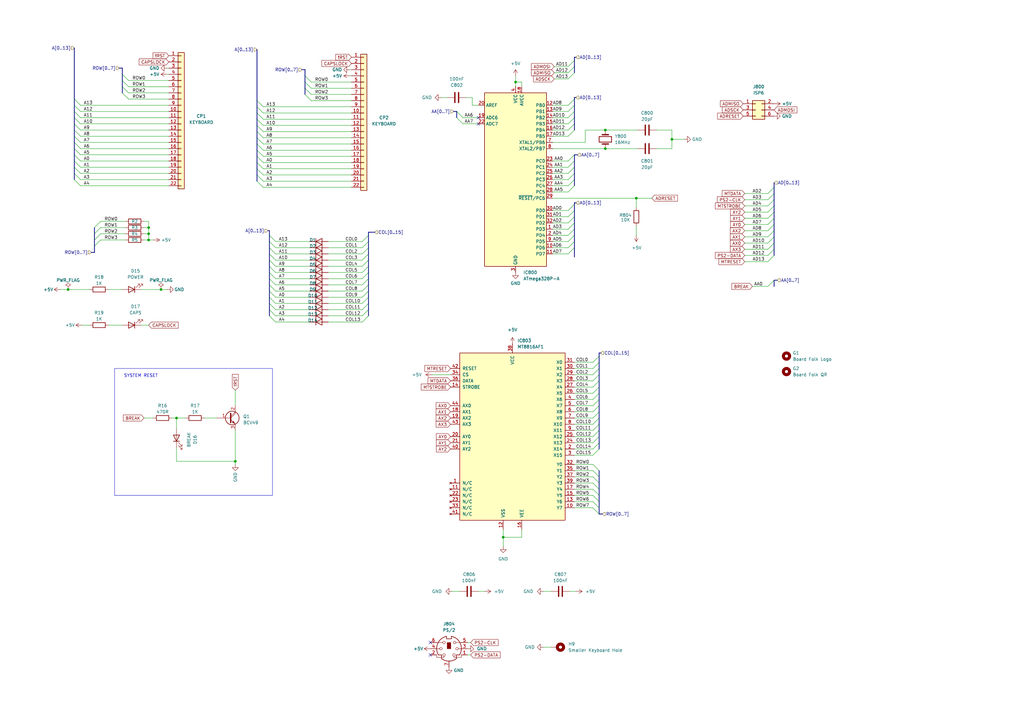
<source format=kicad_sch>
(kicad_sch (version 20230121) (generator eeschema)
  (paper "A3")
  (junction (at 27.94 118.745))
  (junction (at 66.04 118.745))
  (junction (at 260.985 81.28))
  (junction (at 275.59 57.15))
  (junction (at 72.39 171.45))
  (junction (at 60.96 93.345))
  (junction (at 211.455 33.655))
  (junction (at 206.375 220.345))
  (junction (at 60.96 95.885))
  (junction (at 248.285 53.34))
  (junction (at 96.52 189.23))
  (junction (at 60.96 98.425))
  (junction (at 248.285 60.96))
  (no_connect (at 176.53 268.605))
  (no_connect (at 196.215 50.8))
  (no_connect (at 196.215 48.26))
  (no_connect (at 176.53 263.525))
  (bus_entry (at 52.705 40.64) (size -2.54 -2.54))
  (bus_entry (at 314.96 92.075) (size 2.54 -2.54))
  (bus_entry (at 127.635 33.655) (size -2.54 -2.54))
  (bus_entry (at 314.96 102.235) (size 2.54 -2.54))
  (bus_entry (at 233.045 50.8) (size 2.54 -2.54))
  (bus_entry (at 151.13 111.76) (size -2.54 2.54))
  (bus_entry (at 110.49 116.84) (size 2.54 2.54))
  (bus_entry (at 105.41 53.975) (size 2.54 2.54))
  (bus_entry (at 127.635 38.735) (size -2.54 -2.54))
  (bus_entry (at 243.205 203.2) (size 2.54 2.54))
  (bus_entry (at 243.205 205.74) (size 2.54 2.54))
  (bus_entry (at 110.49 104.14) (size 2.54 2.54))
  (bus_entry (at 30.48 73.66) (size 2.54 2.54))
  (bus_entry (at 233.045 66.04) (size 2.54 -2.54))
  (bus_entry (at 233.045 93.98) (size 2.54 -2.54))
  (bus_entry (at 30.48 55.88) (size 2.54 2.54))
  (bus_entry (at 233.045 45.72) (size 2.54 -2.54))
  (bus_entry (at 233.045 43.18) (size 2.54 -2.54))
  (bus_entry (at 314.96 84.455) (size 2.54 -2.54))
  (bus_entry (at 30.48 63.5) (size 2.54 2.54))
  (bus_entry (at 243.205 168.91) (size 2.54 -2.54))
  (bus_entry (at 151.13 114.3) (size -2.54 2.54))
  (bus_entry (at 243.205 179.07) (size 2.54 -2.54))
  (bus_entry (at 233.045 53.34) (size 2.54 -2.54))
  (bus_entry (at 105.41 59.055) (size 2.54 2.54))
  (bus_entry (at 243.205 184.15) (size 2.54 -2.54))
  (bus_entry (at 151.13 109.22) (size -2.54 2.54))
  (bus_entry (at 233.045 48.26) (size 2.54 -2.54))
  (bus_entry (at 110.49 96.52) (size 2.54 2.54))
  (bus_entry (at 151.13 106.68) (size -2.54 2.54))
  (bus_entry (at 243.205 193.04) (size 2.54 2.54))
  (bus_entry (at 110.49 109.22) (size 2.54 2.54))
  (bus_entry (at 233.045 68.58) (size 2.54 -2.54))
  (bus_entry (at 52.705 33.02) (size -2.54 -2.54))
  (bus_entry (at 233.045 76.2) (size 2.54 -2.54))
  (bus_entry (at 30.48 45.72) (size 2.54 2.54))
  (bus_entry (at 110.49 101.6) (size 2.54 2.54))
  (bus_entry (at 314.96 79.375) (size 2.54 -2.54))
  (bus_entry (at 243.205 166.37) (size 2.54 -2.54))
  (bus_entry (at 233.045 27.305) (size 2.54 -2.54))
  (bus_entry (at 233.045 104.14) (size 2.54 -2.54))
  (bus_entry (at 105.41 64.135) (size 2.54 2.54))
  (bus_entry (at 233.045 73.66) (size 2.54 -2.54))
  (bus_entry (at 151.13 129.54) (size -2.54 2.54))
  (bus_entry (at 127.635 41.275) (size -2.54 -2.54))
  (bus_entry (at 243.205 176.53) (size 2.54 -2.54))
  (bus_entry (at 110.49 124.46) (size 2.54 2.54))
  (bus_entry (at 233.045 88.9) (size 2.54 -2.54))
  (bus_entry (at 243.205 181.61) (size 2.54 -2.54))
  (bus_entry (at 233.045 29.845) (size 2.54 -2.54))
  (bus_entry (at 151.13 96.52) (size -2.54 2.54))
  (bus_entry (at 30.48 58.42) (size 2.54 2.54))
  (bus_entry (at 110.49 119.38) (size 2.54 2.54))
  (bus_entry (at 30.48 50.8) (size 2.54 2.54))
  (bus_entry (at 243.205 148.59) (size 2.54 -2.54))
  (bus_entry (at 243.205 163.83) (size 2.54 -2.54))
  (bus_entry (at 110.49 129.54) (size 2.54 2.54))
  (bus_entry (at 105.41 41.275) (size 2.54 2.54))
  (bus_entry (at 151.13 124.46) (size -2.54 2.54))
  (bus_entry (at 30.48 40.64) (size 2.54 2.54))
  (bus_entry (at 41.275 90.805) (size -2.54 2.54))
  (bus_entry (at 105.41 51.435) (size 2.54 2.54))
  (bus_entry (at 314.96 94.615) (size 2.54 -2.54))
  (bus_entry (at 105.41 66.675) (size 2.54 2.54))
  (bus_entry (at 243.205 151.13) (size 2.54 -2.54))
  (bus_entry (at 243.205 186.69) (size 2.54 -2.54))
  (bus_entry (at 233.045 71.12) (size 2.54 -2.54))
  (bus_entry (at 233.045 101.6) (size 2.54 -2.54))
  (bus_entry (at 151.13 121.92) (size -2.54 2.54))
  (bus_entry (at 127.635 36.195) (size -2.54 -2.54))
  (bus_entry (at 314.96 89.535) (size 2.54 -2.54))
  (bus_entry (at 105.41 71.755) (size 2.54 2.54))
  (bus_entry (at 151.13 116.84) (size -2.54 2.54))
  (bus_entry (at 30.48 48.26) (size 2.54 2.54))
  (bus_entry (at 243.205 156.21) (size 2.54 -2.54))
  (bus_entry (at 30.48 60.96) (size 2.54 2.54))
  (bus_entry (at 233.045 86.36) (size 2.54 -2.54))
  (bus_entry (at 30.48 68.58) (size 2.54 2.54))
  (bus_entry (at 243.205 171.45) (size 2.54 -2.54))
  (bus_entry (at 314.96 104.775) (size 2.54 -2.54))
  (bus_entry (at 314.96 81.915) (size 2.54 -2.54))
  (bus_entry (at 314.96 86.995) (size 2.54 -2.54))
  (bus_entry (at 243.205 173.99) (size 2.54 -2.54))
  (bus_entry (at 110.49 121.92) (size 2.54 2.54))
  (bus_entry (at 151.13 104.14) (size -2.54 2.54))
  (bus_entry (at 110.49 99.06) (size 2.54 2.54))
  (bus_entry (at 105.41 61.595) (size 2.54 2.54))
  (bus_entry (at 105.41 46.355) (size 2.54 2.54))
  (bus_entry (at 41.275 98.425) (size -2.54 2.54))
  (bus_entry (at 243.205 200.66) (size 2.54 2.54))
  (bus_entry (at 233.045 99.06) (size 2.54 -2.54))
  (bus_entry (at 243.205 158.75) (size 2.54 -2.54))
  (bus_entry (at 110.49 106.68) (size 2.54 2.54))
  (bus_entry (at 189.865 50.8) (size -2.54 -2.54))
  (bus_entry (at 314.96 99.695) (size 2.54 -2.54))
  (bus_entry (at 243.205 195.58) (size 2.54 2.54))
  (bus_entry (at 151.13 101.6) (size -2.54 2.54))
  (bus_entry (at 314.96 97.155) (size 2.54 -2.54))
  (bus_entry (at 105.41 56.515) (size 2.54 2.54))
  (bus_entry (at 110.49 111.76) (size 2.54 2.54))
  (bus_entry (at 30.48 66.04) (size 2.54 2.54))
  (bus_entry (at 105.41 74.295) (size 2.54 2.54))
  (bus_entry (at 151.13 119.38) (size -2.54 2.54))
  (bus_entry (at 52.705 38.1) (size -2.54 -2.54))
  (bus_entry (at 233.045 96.52) (size 2.54 -2.54))
  (bus_entry (at 243.205 190.5) (size 2.54 2.54))
  (bus_entry (at 233.045 91.44) (size 2.54 -2.54))
  (bus_entry (at 233.045 78.74) (size 2.54 -2.54))
  (bus_entry (at 110.49 114.3) (size 2.54 2.54))
  (bus_entry (at 243.205 153.67) (size 2.54 -2.54))
  (bus_entry (at 243.205 208.28) (size 2.54 2.54))
  (bus_entry (at 30.48 43.18) (size 2.54 2.54))
  (bus_entry (at 314.96 117.475) (size 2.54 -2.54))
  (bus_entry (at 189.865 48.26) (size -2.54 -2.54))
  (bus_entry (at 151.13 99.06) (size -2.54 2.54))
  (bus_entry (at 41.275 93.345) (size -2.54 2.54))
  (bus_entry (at 52.705 35.56) (size -2.54 -2.54))
  (bus_entry (at 110.49 127) (size 2.54 2.54))
  (bus_entry (at 314.96 107.315) (size 2.54 -2.54))
  (bus_entry (at 243.205 198.12) (size 2.54 2.54))
  (bus_entry (at 243.205 161.29) (size 2.54 -2.54))
  (bus_entry (at 105.41 48.895) (size 2.54 2.54))
  (bus_entry (at 105.41 69.215) (size 2.54 2.54))
  (bus_entry (at 30.48 53.34) (size 2.54 2.54))
  (bus_entry (at 151.13 127) (size -2.54 2.54))
  (bus_entry (at 105.41 43.815) (size 2.54 2.54))
  (bus_entry (at 233.045 32.385) (size 2.54 -2.54))
  (bus_entry (at 41.275 95.885) (size -2.54 2.54))
  (bus_entry (at 233.045 55.88) (size 2.54 -2.54))
  (bus_entry (at 30.48 71.12) (size 2.54 2.54))
  (bus (pts (xy 151.13 95.25) (xy 151.13 96.52)))
  (wire (pts (xy 33.02 53.34) (xy 69.215 53.34)))
  (bus (pts (xy 105.41 56.515) (xy 105.41 59.055)))
  (bus (pts (xy 245.745 198.12) (xy 245.745 200.66)))
  (wire (pts (xy 305.435 107.315) (xy 314.96 107.315)))
  (wire (pts (xy 226.695 93.98) (xy 233.045 93.98)))
  (wire (pts (xy 44.45 118.745) (xy 50.165 118.745)))
  (bus (pts (xy 245.745 179.07) (xy 245.745 181.61)))
  (wire (pts (xy 107.95 61.595) (xy 144.145 61.595)))
  (bus (pts (xy 245.745 176.53) (xy 245.745 179.07)))
  (bus (pts (xy 105.41 53.975) (xy 105.41 56.515)))
  (bus (pts (xy 245.745 151.13) (xy 245.745 153.67)))
  (wire (pts (xy 113.03 119.38) (xy 127 119.38)))
  (wire (pts (xy 33.02 71.12) (xy 69.215 71.12)))
  (wire (pts (xy 33.02 50.8) (xy 69.215 50.8)))
  (bus (pts (xy 245.745 205.74) (xy 245.745 208.28)))
  (wire (pts (xy 127.635 38.735) (xy 144.145 38.735)))
  (bus (pts (xy 105.41 64.135) (xy 105.41 66.675)))
  (bus (pts (xy 245.745 163.83) (xy 245.745 166.37)))
  (bus (pts (xy 30.48 53.34) (xy 30.48 55.88)))
  (wire (pts (xy 52.705 38.1) (xy 69.215 38.1)))
  (wire (pts (xy 193.675 43.18) (xy 196.215 43.18)))
  (wire (pts (xy 113.03 127) (xy 127 127)))
  (bus (pts (xy 110.49 119.38) (xy 110.49 121.92)))
  (wire (pts (xy 235.585 156.21) (xy 243.205 156.21)))
  (bus (pts (xy 235.585 86.36) (xy 235.585 88.9)))
  (bus (pts (xy 317.5 76.835) (xy 317.5 79.375)))
  (wire (pts (xy 226.695 66.04) (xy 233.045 66.04)))
  (wire (pts (xy 107.95 43.815) (xy 144.145 43.815)))
  (bus (pts (xy 30.48 68.58) (xy 30.48 71.12)))
  (wire (pts (xy 240.03 58.42) (xy 240.03 53.34)))
  (wire (pts (xy 113.03 114.3) (xy 127 114.3)))
  (bus (pts (xy 236.22 23.495) (xy 235.585 23.495)))
  (wire (pts (xy 222.885 265.43) (xy 226.06 265.43)))
  (bus (pts (xy 235.585 45.72) (xy 235.585 48.26)))
  (bus (pts (xy 245.745 156.21) (xy 245.745 158.75)))
  (wire (pts (xy 148.59 124.46) (xy 134.62 124.46)))
  (bus (pts (xy 235.585 73.66) (xy 235.585 76.2)))
  (wire (pts (xy 235.585 184.15) (xy 243.205 184.15)))
  (bus (pts (xy 151.13 127) (xy 151.13 129.54)))
  (wire (pts (xy 177.165 153.67) (xy 184.785 153.67)))
  (bus (pts (xy 105.41 48.895) (xy 105.41 51.435)))
  (bus (pts (xy 235.585 50.8) (xy 235.585 53.34)))
  (wire (pts (xy 127.635 41.275) (xy 144.145 41.275)))
  (wire (pts (xy 196.215 242.57) (xy 198.755 242.57)))
  (bus (pts (xy 151.13 111.76) (xy 151.13 114.3)))
  (wire (pts (xy 113.03 124.46) (xy 127 124.46)))
  (bus (pts (xy 123.825 28.575) (xy 125.095 28.575)))
  (bus (pts (xy 151.13 106.68) (xy 151.13 109.22)))
  (wire (pts (xy 143.51 31.115) (xy 144.145 31.115)))
  (wire (pts (xy 305.435 92.075) (xy 314.96 92.075)))
  (bus (pts (xy 317.5 81.915) (xy 317.5 84.455)))
  (bus (pts (xy 110.49 114.3) (xy 110.49 116.84)))
  (bus (pts (xy 317.5 92.075) (xy 317.5 94.615)))
  (wire (pts (xy 248.285 53.34) (xy 261.62 53.34)))
  (wire (pts (xy 260.985 81.28) (xy 260.985 85.09)))
  (bus (pts (xy 30.48 48.26) (xy 30.48 50.8)))
  (wire (pts (xy 227.33 32.385) (xy 233.045 32.385)))
  (wire (pts (xy 235.585 151.13) (xy 243.205 151.13)))
  (bus (pts (xy 110.49 94.615) (xy 110.49 96.52)))
  (wire (pts (xy 235.585 153.67) (xy 243.205 153.67)))
  (wire (pts (xy 226.695 53.34) (xy 233.045 53.34)))
  (bus (pts (xy 110.49 101.6) (xy 110.49 104.14)))
  (bus (pts (xy 30.48 45.72) (xy 30.48 48.26)))
  (bus (pts (xy 105.41 71.755) (xy 105.41 74.295)))
  (wire (pts (xy 305.435 104.775) (xy 314.96 104.775)))
  (bus (pts (xy 105.41 20.32) (xy 105.41 41.275)))
  (bus (pts (xy 245.745 200.66) (xy 245.745 203.2)))
  (bus (pts (xy 151.13 116.84) (xy 151.13 119.38)))
  (wire (pts (xy 113.03 132.08) (xy 127 132.08)))
  (bus (pts (xy 245.745 208.28) (xy 245.745 210.82)))
  (bus (pts (xy 153.67 95.25) (xy 151.13 95.25)))
  (wire (pts (xy 107.95 71.755) (xy 144.145 71.755)))
  (wire (pts (xy 235.585 168.91) (xy 243.205 168.91)))
  (bus (pts (xy 317.5 79.375) (xy 317.5 81.915)))
  (bus (pts (xy 245.745 146.05) (xy 245.745 148.59)))
  (bus (pts (xy 151.13 114.3) (xy 151.13 116.84)))
  (wire (pts (xy 41.275 93.345) (xy 51.435 93.345)))
  (wire (pts (xy 226.695 50.8) (xy 233.045 50.8)))
  (wire (pts (xy 248.285 60.96) (xy 261.62 60.96)))
  (wire (pts (xy 222.885 242.57) (xy 226.06 242.57)))
  (wire (pts (xy 235.585 200.66) (xy 243.205 200.66)))
  (wire (pts (xy 226.695 96.52) (xy 233.045 96.52)))
  (wire (pts (xy 260.985 92.71) (xy 260.985 96.52)))
  (bus (pts (xy 38.735 95.885) (xy 38.735 98.425)))
  (wire (pts (xy 148.59 127) (xy 134.62 127)))
  (wire (pts (xy 107.95 69.215) (xy 144.145 69.215)))
  (bus (pts (xy 125.095 36.195) (xy 125.095 33.655)))
  (bus (pts (xy 151.13 124.46) (xy 151.13 127)))
  (wire (pts (xy 113.03 111.76) (xy 127 111.76)))
  (wire (pts (xy 33.02 68.58) (xy 69.215 68.58)))
  (bus (pts (xy 245.745 171.45) (xy 245.745 173.99)))
  (wire (pts (xy 113.03 106.68) (xy 127 106.68)))
  (wire (pts (xy 107.95 51.435) (xy 144.145 51.435)))
  (wire (pts (xy 41.275 90.805) (xy 51.435 90.805)))
  (bus (pts (xy 245.745 168.91) (xy 245.745 171.45)))
  (bus (pts (xy 187.325 45.72) (xy 187.325 48.26)))
  (wire (pts (xy 72.39 171.45) (xy 76.2 171.45)))
  (wire (pts (xy 96.52 160.02) (xy 96.52 166.37)))
  (wire (pts (xy 180.975 40.005) (xy 183.515 40.005)))
  (bus (pts (xy 247.015 210.82) (xy 245.745 210.82)))
  (bus (pts (xy 235.585 66.04) (xy 235.585 68.58)))
  (wire (pts (xy 240.03 53.34) (xy 248.285 53.34)))
  (bus (pts (xy 105.41 43.815) (xy 105.41 46.355)))
  (bus (pts (xy 50.165 35.56) (xy 50.165 33.02)))
  (wire (pts (xy 305.435 89.535) (xy 314.96 89.535)))
  (wire (pts (xy 196.215 48.26) (xy 189.865 48.26)))
  (bus (pts (xy 151.13 119.38) (xy 151.13 121.92)))
  (wire (pts (xy 33.02 73.66) (xy 69.215 73.66)))
  (wire (pts (xy 235.585 203.2) (xy 243.205 203.2)))
  (bus (pts (xy 245.745 203.2) (xy 245.745 205.74)))
  (wire (pts (xy 107.95 59.055) (xy 144.145 59.055)))
  (wire (pts (xy 226.695 73.66) (xy 233.045 73.66)))
  (bus (pts (xy 105.41 46.355) (xy 105.41 48.895)))
  (wire (pts (xy 107.95 64.135) (xy 144.145 64.135)))
  (bus (pts (xy 235.585 68.58) (xy 235.585 71.12)))
  (wire (pts (xy 60.96 98.425) (xy 62.865 98.425)))
  (wire (pts (xy 235.585 181.61) (xy 243.205 181.61)))
  (wire (pts (xy 305.435 79.375) (xy 314.96 79.375)))
  (wire (pts (xy 196.215 50.8) (xy 189.865 50.8)))
  (wire (pts (xy 52.705 40.64) (xy 69.215 40.64)))
  (wire (pts (xy 44.45 133.35) (xy 50.165 133.35)))
  (wire (pts (xy 226.695 45.72) (xy 233.045 45.72)))
  (wire (pts (xy 226.695 99.06) (xy 233.045 99.06)))
  (wire (pts (xy 213.995 220.345) (xy 213.995 217.17)))
  (wire (pts (xy 113.03 129.54) (xy 127 129.54)))
  (bus (pts (xy 235.585 96.52) (xy 235.585 99.06)))
  (bus (pts (xy 151.13 109.22) (xy 151.13 111.76)))
  (wire (pts (xy 260.985 81.28) (xy 267.335 81.28)))
  (bus (pts (xy 30.48 71.12) (xy 30.48 73.66)))
  (wire (pts (xy 96.52 176.53) (xy 96.52 189.23)))
  (bus (pts (xy 317.5 74.93) (xy 317.5 76.835)))
  (bus (pts (xy 30.48 66.04) (xy 30.48 68.58)))
  (wire (pts (xy 60.96 93.345) (xy 60.96 95.885)))
  (bus (pts (xy 105.41 51.435) (xy 105.41 53.975)))
  (wire (pts (xy 113.03 99.06) (xy 127 99.06)))
  (bus (pts (xy 235.585 48.26) (xy 235.585 50.8)))
  (wire (pts (xy 113.03 121.92) (xy 127 121.92)))
  (wire (pts (xy 235.585 205.74) (xy 243.205 205.74)))
  (wire (pts (xy 235.585 148.59) (xy 243.205 148.59)))
  (wire (pts (xy 226.695 71.12) (xy 233.045 71.12)))
  (wire (pts (xy 226.695 88.9) (xy 233.045 88.9)))
  (bus (pts (xy 37.465 103.505) (xy 38.735 103.505)))
  (wire (pts (xy 143.51 28.575) (xy 144.145 28.575)))
  (wire (pts (xy 226.695 81.28) (xy 260.985 81.28)))
  (wire (pts (xy 191.135 40.005) (xy 193.675 40.005)))
  (bus (pts (xy 235.585 93.98) (xy 235.585 96.52)))
  (wire (pts (xy 235.585 171.45) (xy 243.205 171.45)))
  (wire (pts (xy 96.52 189.23) (xy 96.52 190.5)))
  (bus (pts (xy 110.49 111.76) (xy 110.49 114.3)))
  (wire (pts (xy 308.61 117.475) (xy 314.96 117.475)))
  (wire (pts (xy 127.635 33.655) (xy 144.145 33.655)))
  (wire (pts (xy 226.695 104.14) (xy 233.045 104.14)))
  (wire (pts (xy 227.33 29.845) (xy 233.045 29.845)))
  (bus (pts (xy 317.5 94.615) (xy 317.5 97.155)))
  (wire (pts (xy 36.83 118.745) (xy 27.94 118.745)))
  (wire (pts (xy 66.04 118.745) (xy 68.58 118.745)))
  (bus (pts (xy 30.48 60.96) (xy 30.48 63.5)))
  (wire (pts (xy 33.02 63.5) (xy 69.215 63.5)))
  (wire (pts (xy 33.02 66.04) (xy 69.215 66.04)))
  (bus (pts (xy 235.585 83.82) (xy 235.585 86.36)))
  (wire (pts (xy 305.435 81.915) (xy 314.96 81.915)))
  (wire (pts (xy 60.96 90.805) (xy 60.96 93.345)))
  (wire (pts (xy 148.59 132.08) (xy 134.62 132.08)))
  (bus (pts (xy 105.41 61.595) (xy 105.41 64.135)))
  (wire (pts (xy 305.435 97.155) (xy 314.96 97.155)))
  (bus (pts (xy 110.49 99.06) (xy 110.49 101.6)))
  (wire (pts (xy 59.055 171.45) (xy 62.865 171.45)))
  (wire (pts (xy 59.055 93.345) (xy 60.96 93.345)))
  (bus (pts (xy 235.585 91.44) (xy 235.585 93.98)))
  (wire (pts (xy 193.04 263.525) (xy 191.77 263.525)))
  (bus (pts (xy 151.13 101.6) (xy 151.13 104.14)))
  (wire (pts (xy 33.02 76.2) (xy 69.215 76.2)))
  (wire (pts (xy 72.39 183.515) (xy 72.39 189.23)))
  (wire (pts (xy 269.24 53.34) (xy 275.59 53.34)))
  (bus (pts (xy 110.49 124.46) (xy 110.49 127)))
  (wire (pts (xy 226.695 55.88) (xy 233.045 55.88)))
  (wire (pts (xy 233.68 242.57) (xy 236.22 242.57)))
  (wire (pts (xy 59.055 98.425) (xy 60.96 98.425)))
  (bus (pts (xy 110.49 106.68) (xy 110.49 109.22)))
  (bus (pts (xy 186.055 45.72) (xy 187.325 45.72)))
  (wire (pts (xy 36.83 133.35) (xy 33.655 133.35)))
  (bus (pts (xy 125.095 33.655) (xy 125.095 31.115)))
  (wire (pts (xy 305.435 102.235) (xy 314.96 102.235)))
  (wire (pts (xy 107.95 74.295) (xy 144.145 74.295)))
  (bus (pts (xy 235.585 23.495) (xy 235.585 24.765)))
  (wire (pts (xy 41.275 98.425) (xy 51.435 98.425)))
  (wire (pts (xy 107.95 56.515) (xy 144.145 56.515)))
  (wire (pts (xy 52.705 33.02) (xy 69.215 33.02)))
  (bus (pts (xy 235.585 83.185) (xy 235.585 83.82)))
  (wire (pts (xy 113.03 104.14) (xy 127 104.14)))
  (bus (pts (xy 38.735 93.345) (xy 38.735 95.885)))
  (wire (pts (xy 226.695 78.74) (xy 233.045 78.74)))
  (wire (pts (xy 275.59 53.34) (xy 275.59 57.15)))
  (bus (pts (xy 50.165 30.48) (xy 50.165 27.94)))
  (bus (pts (xy 236.855 63.5) (xy 235.585 63.5)))
  (wire (pts (xy 235.585 193.04) (xy 243.205 193.04)))
  (bus (pts (xy 151.13 121.92) (xy 151.13 124.46)))
  (wire (pts (xy 226.695 48.26) (xy 233.045 48.26)))
  (bus (pts (xy 235.585 27.305) (xy 235.585 29.845)))
  (wire (pts (xy 72.39 189.23) (xy 96.52 189.23)))
  (wire (pts (xy 185.42 242.57) (xy 188.595 242.57)))
  (bus (pts (xy 30.48 50.8) (xy 30.48 53.34)))
  (wire (pts (xy 148.59 121.92) (xy 134.62 121.92)))
  (wire (pts (xy 33.02 45.72) (xy 69.215 45.72)))
  (bus (pts (xy 110.49 109.22) (xy 110.49 111.76)))
  (bus (pts (xy 110.49 116.84) (xy 110.49 119.38)))
  (wire (pts (xy 113.03 116.84) (xy 127 116.84)))
  (wire (pts (xy 226.695 76.2) (xy 233.045 76.2)))
  (wire (pts (xy 305.435 86.995) (xy 314.96 86.995)))
  (bus (pts (xy 235.585 40.005) (xy 235.585 40.64)))
  (bus (pts (xy 317.5 114.935) (xy 317.5 117.475)))
  (wire (pts (xy 107.95 46.355) (xy 144.145 46.355)))
  (wire (pts (xy 33.02 55.88) (xy 69.215 55.88)))
  (bus (pts (xy 38.735 98.425) (xy 38.735 100.965)))
  (bus (pts (xy 245.745 144.78) (xy 245.745 146.05)))
  (wire (pts (xy 227.33 27.305) (xy 233.045 27.305)))
  (wire (pts (xy 70.485 171.45) (xy 72.39 171.45)))
  (wire (pts (xy 226.695 101.6) (xy 233.045 101.6)))
  (wire (pts (xy 33.02 60.96) (xy 69.215 60.96)))
  (bus (pts (xy 105.41 66.675) (xy 105.41 69.215)))
  (wire (pts (xy 235.585 198.12) (xy 243.205 198.12)))
  (bus (pts (xy 48.895 27.94) (xy 50.165 27.94)))
  (bus (pts (xy 105.41 59.055) (xy 105.41 61.595)))
  (wire (pts (xy 148.59 114.3) (xy 134.62 114.3)))
  (bus (pts (xy 235.585 101.6) (xy 235.585 105.41)))
  (wire (pts (xy 213.995 35.56) (xy 213.995 33.655)))
  (bus (pts (xy 245.745 158.75) (xy 245.745 161.29)))
  (bus (pts (xy 317.5 99.695) (xy 317.5 102.235)))
  (bus (pts (xy 50.165 33.02) (xy 50.165 30.48)))
  (bus (pts (xy 236.22 83.185) (xy 235.585 83.185)))
  (wire (pts (xy 206.375 220.345) (xy 213.995 220.345)))
  (bus (pts (xy 317.5 89.535) (xy 317.5 92.075)))
  (bus (pts (xy 110.49 96.52) (xy 110.49 99.06)))
  (wire (pts (xy 113.03 101.6) (xy 127 101.6)))
  (wire (pts (xy 305.435 94.615) (xy 314.96 94.615)))
  (bus (pts (xy 235.585 63.5) (xy 235.585 66.04)))
  (wire (pts (xy 33.02 58.42) (xy 69.215 58.42)))
  (wire (pts (xy 226.695 60.96) (xy 248.285 60.96)))
  (wire (pts (xy 107.95 53.975) (xy 144.145 53.975)))
  (wire (pts (xy 107.95 66.675) (xy 144.145 66.675)))
  (wire (pts (xy 59.055 90.805) (xy 60.96 90.805)))
  (wire (pts (xy 226.695 91.44) (xy 233.045 91.44)))
  (bus (pts (xy 30.48 43.18) (xy 30.48 45.72)))
  (wire (pts (xy 235.585 179.07) (xy 243.205 179.07)))
  (wire (pts (xy 113.03 109.22) (xy 127 109.22)))
  (wire (pts (xy 148.59 129.54) (xy 134.62 129.54)))
  (wire (pts (xy 60.96 95.885) (xy 60.96 98.425)))
  (wire (pts (xy 211.455 33.655) (xy 211.455 35.56)))
  (wire (pts (xy 107.95 76.835) (xy 144.145 76.835)))
  (bus (pts (xy 109.855 94.615) (xy 110.49 94.615)))
  (wire (pts (xy 27.94 118.745) (xy 24.765 118.745)))
  (bus (pts (xy 317.5 86.995) (xy 317.5 89.535)))
  (wire (pts (xy 269.24 60.96) (xy 275.59 60.96)))
  (bus (pts (xy 110.49 127) (xy 110.49 129.54)))
  (wire (pts (xy 213.995 33.655) (xy 211.455 33.655)))
  (wire (pts (xy 211.455 33.655) (xy 211.455 31.115)))
  (bus (pts (xy 125.095 31.115) (xy 125.095 28.575)))
  (wire (pts (xy 193.04 268.605) (xy 191.77 268.605)))
  (bus (pts (xy 245.745 181.61) (xy 245.745 184.15)))
  (bus (pts (xy 125.095 38.735) (xy 125.095 36.195)))
  (bus (pts (xy 105.41 41.275) (xy 105.41 43.815)))
  (bus (pts (xy 235.585 40.64) (xy 235.585 43.18)))
  (bus (pts (xy 245.745 166.37) (xy 245.745 168.91)))
  (bus (pts (xy 235.585 71.12) (xy 235.585 73.66)))
  (wire (pts (xy 83.82 171.45) (xy 88.9 171.45)))
  (wire (pts (xy 235.585 176.53) (xy 243.205 176.53)))
  (bus (pts (xy 50.165 38.1) (xy 50.165 35.56)))
  (wire (pts (xy 148.59 116.84) (xy 134.62 116.84)))
  (wire (pts (xy 235.585 161.29) (xy 243.205 161.29)))
  (bus (pts (xy 245.745 161.29) (xy 245.745 163.83)))
  (bus (pts (xy 110.49 121.92) (xy 110.49 124.46)))
  (wire (pts (xy 275.59 60.96) (xy 275.59 57.15)))
  (bus (pts (xy 30.48 40.64) (xy 30.48 43.18)))
  (wire (pts (xy 41.275 95.885) (xy 51.435 95.885)))
  (wire (pts (xy 305.435 84.455) (xy 314.96 84.455)))
  (wire (pts (xy 57.785 118.745) (xy 66.04 118.745)))
  (bus (pts (xy 235.585 24.765) (xy 235.585 27.305)))
  (wire (pts (xy 235.585 166.37) (xy 243.205 166.37)))
  (wire (pts (xy 59.055 95.885) (xy 60.96 95.885)))
  (bus (pts (xy 317.5 102.235) (xy 317.5 104.775)))
  (wire (pts (xy 148.59 99.06) (xy 134.62 99.06)))
  (bus (pts (xy 236.22 40.005) (xy 235.585 40.005)))
  (bus (pts (xy 235.585 43.18) (xy 235.585 45.72)))
  (bus (pts (xy 30.48 55.88) (xy 30.48 58.42)))
  (bus (pts (xy 245.745 195.58) (xy 245.745 198.12)))
  (wire (pts (xy 148.59 101.6) (xy 134.62 101.6)))
  (wire (pts (xy 226.695 43.18) (xy 233.045 43.18)))
  (wire (pts (xy 127.635 36.195) (xy 144.145 36.195)))
  (bus (pts (xy 317.5 114.935) (xy 318.77 114.935)))
  (bus (pts (xy 235.585 88.9) (xy 235.585 91.44)))
  (wire (pts (xy 57.785 133.35) (xy 60.96 133.35)))
  (wire (pts (xy 148.59 119.38) (xy 134.62 119.38)))
  (wire (pts (xy 148.59 106.68) (xy 134.62 106.68)))
  (wire (pts (xy 235.585 173.99) (xy 243.205 173.99)))
  (wire (pts (xy 33.02 43.18) (xy 69.215 43.18)))
  (bus (pts (xy 151.13 104.14) (xy 151.13 106.68)))
  (wire (pts (xy 235.585 195.58) (xy 243.205 195.58)))
  (bus (pts (xy 30.48 19.685) (xy 30.48 40.64)))
  (bus (pts (xy 245.745 193.04) (xy 245.745 195.58)))
  (bus (pts (xy 30.48 63.5) (xy 30.48 66.04)))
  (wire (pts (xy 148.59 104.14) (xy 134.62 104.14)))
  (wire (pts (xy 68.58 30.48) (xy 69.215 30.48)))
  (wire (pts (xy 72.39 175.895) (xy 72.39 171.45)))
  (bus (pts (xy 38.735 100.965) (xy 38.735 103.505)))
  (wire (pts (xy 275.59 57.15) (xy 280.67 57.15)))
  (bus (pts (xy 151.13 99.06) (xy 151.13 101.6)))
  (wire (pts (xy 226.695 86.36) (xy 233.045 86.36)))
  (wire (pts (xy 235.585 163.83) (xy 243.205 163.83)))
  (wire (pts (xy 235.585 186.69) (xy 243.205 186.69)))
  (wire (pts (xy 206.375 217.17) (xy 206.375 220.345)))
  (wire (pts (xy 148.59 111.76) (xy 134.62 111.76)))
  (wire (pts (xy 235.585 190.5) (xy 243.205 190.5)))
  (bus (pts (xy 110.49 104.14) (xy 110.49 106.68)))
  (bus (pts (xy 317.5 84.455) (xy 317.5 86.995)))
  (bus (pts (xy 105.41 69.215) (xy 105.41 71.755)))
  (bus (pts (xy 151.13 96.52) (xy 151.13 99.06)))
  (wire (pts (xy 107.95 48.895) (xy 144.145 48.895)))
  (wire (pts (xy 235.585 158.75) (xy 243.205 158.75)))
  (wire (pts (xy 52.705 35.56) (xy 69.215 35.56)))
  (wire (pts (xy 206.375 224.155) (xy 206.375 220.345)))
  (wire (pts (xy 33.02 48.26) (xy 69.215 48.26)))
  (bus (pts (xy 245.745 153.67) (xy 245.745 156.21)))
  (bus (pts (xy 235.585 99.06) (xy 235.585 101.6)))
  (wire (pts (xy 226.695 68.58) (xy 233.045 68.58)))
  (bus (pts (xy 245.745 173.99) (xy 245.745 176.53)))
  (wire (pts (xy 148.59 109.22) (xy 134.62 109.22)))
  (wire (pts (xy 235.585 208.28) (xy 243.205 208.28)))
  (bus (pts (xy 245.745 148.59) (xy 245.745 151.13)))
  (wire (pts (xy 305.435 99.695) (xy 314.96 99.695)))
  (bus (pts (xy 317.5 97.155) (xy 317.5 99.695)))
  (bus (pts (xy 30.48 58.42) (xy 30.48 60.96)))
  (wire (pts (xy 68.58 27.94) (xy 69.215 27.94)))
  (wire (pts (xy 193.675 40.005) (xy 193.675 43.18)))
  (bus (pts (xy 246.38 144.78) (xy 245.745 144.78)))
  (wire (pts (xy 226.695 58.42) (xy 240.03 58.42)))
  (rectangle (start 46.99 151.13) (end 111.76 203.2))
  (text "SYSTEM RESET" (at 50.8 154.94 0) (effects (font (size 1.27 1.27)) (justify left bottom)))
  (label "A6" (at 34.29 60.96 0))
  (label "A6" (at 109.22 61.595 0))
  (label "A7" (at 34.29 58.42 0))
  (label "ROW6" (at 236.22 205.74 0))
  (label "COL3" (at 141.605 106.68 0))
  (label "AA4" (at 227.33 76.2 0))
  (label "ROW5" (at 236.22 203.2 0))
  (label "COL4" (at 141.605 109.22 0))
  (label "ROW2" (at 134.62 38.735 180))
  (label "A8" (at 114.3 111.76 0))
  (label "AD0" (at 226.695 86.36 0))
  (label "AA0" (at 227.33 66.04 0))
  (label "COL10" (at 141.605 124.46 0))
  (label "AD2" (at 308.61 79.375 0))
  (label "AA3" (at 227.33 73.66 0))
  (label "AD13" (at 308.61 107.315 0))
  (label "AA5" (at 227.33 78.74 0))
  (label "COL7" (at 236.22 166.37 0))
  (label "A1" (at 109.22 69.215 0))
  (label "A11" (at 34.29 48.26 0))
  (label "A2" (at 34.29 71.12 0))
  (label "AD10" (at 308.61 99.695 0))
  (label "AD11" (at 227.965 27.305 0))
  (label "COL2" (at 236.22 153.67 0))
  (label "COL14" (at 236.22 184.15 0))
  (label "A9" (at 34.29 53.34 0))
  (label "COL1" (at 236.22 151.13 0))
  (label "COL9" (at 236.22 171.45 0))
  (label "AD9" (at 308.61 97.155 0))
  (label "AD12" (at 308.61 104.775 0))
  (label "AD3" (at 226.695 93.98 0))
  (label "AD3" (at 308.61 81.915 0))
  (label "ROW3" (at 59.69 40.64 180))
  (label "ROW2" (at 236.22 195.58 0))
  (label "A6" (at 114.3 116.84 0))
  (label "AA7" (at 190.5 50.8 0))
  (label "ROW3" (at 48.26 98.425 180))
  (label "A11" (at 109.22 48.895 0))
  (label "COL12" (at 141.605 129.54 0))
  (label "AD8" (at 308.61 94.615 0))
  (label "AD10" (at 226.695 48.26 0))
  (label "A3" (at 109.22 74.295 0))
  (label "COL12" (at 236.22 179.07 0))
  (label "A3" (at 34.29 73.66 0))
  (label "COL1" (at 141.605 101.6 0))
  (label "COL0" (at 141.605 99.06 0))
  (label "AD1" (at 226.695 88.9 0))
  (label "A4" (at 34.29 76.2 0))
  (label "ROW3" (at 236.22 198.12 0))
  (label "A12" (at 114.3 101.6 0))
  (label "COL6" (at 141.605 114.3 0))
  (label "ROW1" (at 134.62 36.195 180))
  (label "COL7" (at 141.605 116.84 0))
  (label "A13" (at 114.3 99.06 0))
  (label "ROW3" (at 134.62 41.275 180))
  (label "AA2" (at 227.33 71.12 0))
  (label "A0" (at 114.3 121.92 0))
  (label "A12" (at 34.29 45.72 0))
  (label "AA0" (at 309.245 117.475 0))
  (label "AD12" (at 226.695 53.34 0))
  (label "COL2" (at 141.605 104.14 0))
  (label "A7" (at 109.22 59.055 0))
  (label "COL6" (at 236.22 163.83 0))
  (label "COL8" (at 141.605 119.38 0))
  (label "COL3" (at 236.22 156.21 0))
  (label "COL11" (at 141.605 127 0))
  (label "ROW2" (at 59.69 38.1 180))
  (label "ROW4" (at 236.22 200.66 0))
  (label "A9" (at 114.3 109.22 0))
  (label "ROW7" (at 236.22 208.28 0))
  (label "AD2" (at 226.695 91.44 0))
  (label "COL0" (at 236.22 148.59 0))
  (label "A13" (at 109.22 43.815 0))
  (label "A8" (at 109.22 56.515 0))
  (label "AA1" (at 227.33 68.58 0))
  (label "A1" (at 114.3 124.46 0))
  (label "AD6" (at 226.695 101.6 0))
  (label "A3" (at 114.3 129.54 0))
  (label "A12" (at 109.22 46.355 0))
  (label "A10" (at 34.29 50.8 0))
  (label "COL11" (at 236.22 176.53 0))
  (label "AD5" (at 308.61 86.995 0))
  (label "AD5" (at 226.695 99.06 0))
  (label "A1" (at 34.29 68.58 0))
  (label "AD9" (at 226.695 45.72 0))
  (label "ROW0" (at 48.26 90.805 180))
  (label "A5" (at 109.22 64.135 0))
  (label "AA6" (at 190.5 48.26 0))
  (label "AD7" (at 226.695 104.14 0))
  (label "COL9" (at 141.605 121.92 0))
  (label "AD8" (at 226.695 43.18 0))
  (label "COL8" (at 236.22 168.91 0))
  (label "ROW0" (at 59.69 33.02 180))
  (label "ROW1" (at 48.26 93.345 180))
  (label "A9" (at 109.22 53.975 0))
  (label "A10" (at 114.3 106.68 0))
  (label "AD4" (at 226.695 96.52 0))
  (label "COL4" (at 236.22 158.75 0))
  (label "AD11" (at 226.695 50.8 0))
  (label "ROW1" (at 236.22 193.04 0))
  (label "COL13" (at 141.605 132.08 0))
  (label "AD4" (at 308.61 84.455 0))
  (label "A8" (at 34.29 55.88 0))
  (label "AD7" (at 308.61 92.075 0))
  (label "A2" (at 109.22 71.755 0))
  (label "A0" (at 34.29 66.04 0))
  (label "AD11" (at 308.61 102.235 0))
  (label "A10" (at 109.22 51.435 0))
  (label "COL15" (at 236.22 186.69 0))
  (label "COL13" (at 236.22 181.61 0))
  (label "A4" (at 109.22 76.835 0))
  (label "COL5" (at 236.22 161.29 0))
  (label "ROW1" (at 59.69 35.56 180))
  (label "ROW2" (at 48.26 95.885 180))
  (label "ROW0" (at 134.62 33.655 180))
  (label "A5" (at 34.29 63.5 0))
  (label "AD6" (at 308.61 89.535 0))
  (label "A7" (at 114.3 114.3 0))
  (label "AD13" (at 227.965 32.385 0))
  (label "AD12" (at 227.965 29.845 0))
  (label "A11" (at 114.3 104.14 0))
  (label "A4" (at 114.3 132.08 0))
  (label "COL5" (at 141.605 111.76 0))
  (label "A2" (at 114.3 127 0))
  (label "A5" (at 114.3 119.38 0))
  (label "COL10" (at 236.22 173.99 0))
  (label "A0" (at 109.22 66.675 0))
  (label "A13" (at 34.29 43.18 0))
  (label "ROW0" (at 236.22 190.5 0))
  (label "AD13" (at 226.695 55.88 0))
  (global_label "ADSCK" (shape input) (at 304.8 45.085 180) (property "Intersheetrefs" "${INTERSHEET_REFS}" (effects hide)))
  (global_label "BREAK" (shape input) (at 59.055 171.45 180) (property "Intersheetrefs" "${INTERSHEET_REFS}" (effects hide)))
  (global_label "PS2-DATA" (shape input) (at 193.04 268.605 0) (property "Intersheetrefs" "${INTERSHEET_REFS}" (effects hide)))
  (global_label "AY0" (shape input) (at 184.785 179.07 180) (property "Intersheetrefs" "${INTERSHEET_REFS}" (effects hide)))
  (global_label "AY1" (shape input) (at 184.785 181.61 180) (property "Intersheetrefs" "${INTERSHEET_REFS}" (effects hide)))
  (global_label "PS2-CLK" (shape input) (at 305.435 81.915 180) (property "Intersheetrefs" "${INTERSHEET_REFS}" (effects hide)))
  (global_label "ADRESET" (shape input) (at 267.335 81.28 0) (property "Intersheetrefs" "${INTERSHEET_REFS}" (effects hide)))
  (global_label "CAPSLOCK" (shape input) (at 60.96 133.35 0) (property "Intersheetrefs" "${INTERSHEET_REFS}" (effects hide)))
  (global_label "ADSCK" (shape input) (at 227.33 32.385 180) (property "Intersheetrefs" "${INTERSHEET_REFS}" (effects hide)))
  (global_label "BREAK" (shape input) (at 308.61 117.475 180) (property "Intersheetrefs" "${INTERSHEET_REFS}" (effects hide)))
  (global_label "!RST" (shape input) (at 96.52 160.02 90) (property "Intersheetrefs" "${INTERSHEET_REFS}" (effects hide)))
  (global_label "CAPSLOCK" (shape input) (at 144.145 26.035 180) (property "Intersheetrefs" "${INTERSHEET_REFS}" (effects hide)))
  (global_label "AY0" (shape input) (at 305.435 92.075 180) (property "Intersheetrefs" "${INTERSHEET_REFS}" (effects hide)))
  (global_label "AX2" (shape input) (at 305.435 94.615 180) (property "Intersheetrefs" "${INTERSHEET_REFS}" (effects hide)))
  (global_label "AX0" (shape input) (at 184.785 166.37 180) (property "Intersheetrefs" "${INTERSHEET_REFS}" (effects hide)))
  (global_label "AX1" (shape input) (at 184.785 168.91 180) (property "Intersheetrefs" "${INTERSHEET_REFS}" (effects hide)))
  (global_label "ADMOSI" (shape input) (at 317.5 45.085 0) (property "Intersheetrefs" "${INTERSHEET_REFS}" (effects hide)))
  (global_label "MTRESET" (shape input) (at 305.435 107.315 180) (property "Intersheetrefs" "${INTERSHEET_REFS}" (effects hide)))
  (global_label "MTDATA" (shape input) (at 184.785 156.21 180) (property "Intersheetrefs" "${INTERSHEET_REFS}" (effects hide)))
  (global_label "AX3" (shape input) (at 305.435 102.235 180) (property "Intersheetrefs" "${INTERSHEET_REFS}" (effects hide)))
  (global_label "MTRESET" (shape input) (at 184.785 151.13 180) (property "Intersheetrefs" "${INTERSHEET_REFS}" (effects hide)))
  (global_label "AX2" (shape input) (at 184.785 171.45 180) (property "Intersheetrefs" "${INTERSHEET_REFS}" (effects hide)))
  (global_label "CAPSLOCK" (shape input) (at 69.215 25.4 180) (property "Intersheetrefs" "${INTERSHEET_REFS}" (effects hide)))
  (global_label "AY2" (shape input) (at 184.785 184.15 180) (property "Intersheetrefs" "${INTERSHEET_REFS}" (effects hide)))
  (global_label "ADRESET" (shape input) (at 304.8 47.625 180) (property "Intersheetrefs" "${INTERSHEET_REFS}" (effects hide)))
  (global_label "AX1" (shape input) (at 305.435 97.155 180) (property "Intersheetrefs" "${INTERSHEET_REFS}" (effects hide)))
  (global_label "MTSTROBE" (shape input) (at 305.435 84.455 180) (property "Intersheetrefs" "${INTERSHEET_REFS}" (effects hide)))
  (global_label "ADMISO" (shape input) (at 304.8 42.545 180) (property "Intersheetrefs" "${INTERSHEET_REFS}" (effects hide)))
  (global_label "ADMOSI" (shape input) (at 227.33 27.305 180) (property "Intersheetrefs" "${INTERSHEET_REFS}" (effects hide)))
  (global_label "MTDATA" (shape input) (at 305.435 79.375 180) (property "Intersheetrefs" "${INTERSHEET_REFS}" (effects hide)))
  (global_label "ADMISO" (shape input) (at 227.33 29.845 180) (property "Intersheetrefs" "${INTERSHEET_REFS}" (effects hide)))
  (global_label "PS2-DATA" (shape input) (at 305.435 104.775 180) (property "Intersheetrefs" "${INTERSHEET_REFS}" (effects hide)))
  (global_label "!RST" (shape input) (at 69.215 22.86 180) (property "Intersheetrefs" "${INTERSHEET_REFS}" (effects hide)))
  (global_label "PS2-CLK" (shape input) (at 193.04 263.525 0) (property "Intersheetrefs" "${INTERSHEET_REFS}" (effects hide)))
  (global_label "!RST" (shape input) (at 144.145 23.495 180) (property "Intersheetrefs" "${INTERSHEET_REFS}" (effects hide)))
  (global_label "AY2" (shape input) (at 305.435 86.995 180) (property "Intersheetrefs" "${INTERSHEET_REFS}" (effects hide)))
  (global_label "MTSTROBE" (shape input) (at 184.785 158.75 180) (property "Intersheetrefs" "${INTERSHEET_REFS}" (effects hide)))
  (global_label "AX3" (shape input) (at 184.785 173.99 180) (property "Intersheetrefs" "${INTERSHEET_REFS}" (effects hide)))
  (global_label "AX0" (shape input) (at 305.435 99.695 180) (property "Intersheetrefs" "${INTERSHEET_REFS}" (effects hide)))
  (global_label "AY1" (shape input) (at 305.435 89.535 180) (property "Intersheetrefs" "${INTERSHEET_REFS}" (effects hide)))
  (hierarchical_label "AD[0..13]" (shape input) (at 317.5 74.93 0))
  (hierarchical_label "AD[0..13]" (shape input) (at 236.22 23.495 0))
  (hierarchical_label "AA[0..7]" (shape input) (at 236.855 63.5 0))
  (hierarchical_label "A[0..13]" (shape input) (at 109.855 94.615 180))
  (hierarchical_label "AA[0..7]" (shape input) (at 186.055 45.72 180))
  (hierarchical_label "ROW[0..7]" (shape input) (at 247.015 210.82 0))
  (hierarchical_label "A[0..13]" (shape input) (at 30.48 19.685 180))
  (hierarchical_label "A[0..13]" (shape input) (at 105.41 20.32 180))
  (hierarchical_label "AD[0..13]" (shape input) (at 236.22 40.005 0))
  (hierarchical_label "ROW[0..7]" (shape input) (at 37.465 103.505 180))
  (hierarchical_label "ROW[0..7]" (shape input) (at 123.825 28.575 180))
  (hierarchical_label "ROW[0..7]" (shape input) (at 48.895 27.94 180))
  (hierarchical_label "AA[0..7]" (shape input) (at 318.77 114.935 0))
  (hierarchical_label "AD[0..13]" (shape input) (at 236.22 83.185 0))
  (hierarchical_label "COL[0..15]" (shape input) (at 246.38 144.78 0))
  (hierarchical_label "COL[0..15]" (shape input) (at 153.67 95.25 0))
  (symbol (lib_id "Device:C") (at 192.405 242.57 90) (unit 1)
    (property "Reference" "C806" (at 192.405 235.585 90))
    (property "Value" "100nF" (at 192.405 238.125 90))
    (property "Footprint" "Capacitor_SMD:C_0805_2012Metric" (effects hide))
  )
  (symbol (lib_id "Device:LED") (at 53.975 133.35 180) (unit 1)
    (property "Reference" "D17" (at 55.5625 125.73 0))
    (property "Value" "CAPS" (at 55.5625 128.27 0))
    (property "Footprint" "LED_SMD:LED_1206_3216Metric" (effects hide))
  )
  (symbol (lib_id "power:+5V") (at 210.185 140.97 0) (unit 1)
    (property "Reference" "#PWR043" (effects hide))
    (property "Value" "+5V" (at 210.185 135.255 0))
  )
  (symbol (lib_id "Device:C") (at 229.87 242.57 90) (unit 1)
    (property "Reference" "C807" (at 229.87 235.585 90))
    (property "Value" "100nF" (at 229.87 238.125 90))
    (property "Footprint" "Capacitor_SMD:C_0805_2012Metric" (effects hide))
  )
  (symbol (lib_id "Device:D") (at 130.81 124.46 0) (unit 1)
    (property "Reference" "D11" (at 128.27 123.825 0))
    (property "Value" "1N4148" (effects hide))
    (property "Footprint" "Electron-PS2Slim:MINIDIODE" (effects hide))
    (property "Sim.Device" "D" (effects hide))
    (property "Sim.Pins" "1=K 2=A" (effects hide))
  )
  (symbol (lib_id "Device:Crystal") (at 248.285 57.15 270) (unit 1)
    (property "Reference" "Y800" (at 252.095 55.8799 90) (effects (justify left)))
    (property "Value" "16MHz" (at 252.095 58.4199 90) (effects (justify left)))
    (property "Footprint" "Crystal:Crystal_HC49-U_Vertical" (effects hide))
  )
  (symbol (lib_id "power:+5V") (at 68.58 30.48 90) (unit 1)
    (property "Reference" "#PWR04" (effects hide))
    (property "Value" "+5V" (at 65.405 30.48 90) (effects (justify left)))
  )
  (symbol (lib_id "power:+5V") (at 198.755 242.57 270) (unit 1)
    (property "Reference" "#PWR045" (effects hide))
    (property "Value" "+5V" (at 202.565 242.5699 90) (effects (justify left)))
  )
  (symbol (lib_id "Device:D") (at 130.81 99.06 0) (unit 1)
    (property "Reference" "D1" (at 128.27 98.425 0))
    (property "Value" "1N4148" (effects hide))
    (property "Footprint" "Electron-PS2Slim:MINIDIODE" (effects hide))
    (property "Sim.Device" "D" (effects hide))
    (property "Sim.Pins" "1=K 2=A" (effects hide))
  )
  (symbol (lib_id "power:+5V") (at 211.455 31.115 0) (unit 1)
    (property "Reference" "#PWR011" (effects hide))
    (property "Value" "+5V" (at 211.455 26.035 0))
  )
  (symbol (lib_id "Device:C") (at 265.43 53.34 90) (unit 1)
    (property "Reference" "C800" (at 265.43 46.355 90))
    (property "Value" "20pF" (at 265.43 48.895 90))
    (property "Footprint" "Capacitor_SMD:C_0805_2012Metric" (effects hide))
  )
  (symbol (lib_id "Device:R") (at 55.245 98.425 90) (unit 1)
    (property "Reference" "R5" (at 55.245 98.425 90))
    (property "Value" "15K" (effects hide))
    (property "Footprint" "Resistor_SMD:R_0805_2012Metric" (effects hide))
  )
  (symbol (lib_id "Device:LED") (at 53.975 118.745 180) (unit 1)
    (property "Reference" "D15" (at 55.5625 111.125 0))
    (property "Value" "POWER" (at 55.5625 113.665 0))
    (property "Footprint" "LED_SMD:LED_1206_3216Metric" (effects hide))
  )
  (symbol (lib_id "Device:D") (at 130.81 101.6 0) (unit 1)
    (property "Reference" "D2" (at 128.27 100.965 0))
    (property "Value" "1N4148" (effects hide))
    (property "Footprint" "Electron-PS2Slim:MINIDIODE" (effects hide))
    (property "Sim.Device" "D" (effects hide))
    (property "Sim.Pins" "1=K 2=A" (effects hide))
  )
  (symbol (lib_id "power:GND") (at 211.455 111.76 0) (unit 1)
    (property "Reference" "#PWR014" (effects hide))
    (property "Value" "GND" (at 211.455 116.205 0))
  )
  (symbol (lib_id "power:GND") (at 222.885 242.57 270) (unit 1)
    (property "Reference" "#PWR047" (effects hide))
    (property "Value" "GND" (at 214.63 242.57 90) (effects (justify left)))
  )
  (symbol (lib_id "Device:D") (at 130.81 129.54 0) (unit 1)
    (property "Reference" "D13" (at 128.27 128.905 0))
    (property "Value" "1N4148" (effects hide))
    (property "Footprint" "Electron-PS2Slim:MINIDIODE" (effects hide))
    (property "Sim.Device" "D" (effects hide))
    (property "Sim.Pins" "1=K 2=A" (effects hide))
  )
  (symbol (lib_id "power:GND") (at 180.975 40.005 270) (unit 1)
    (property "Reference" "#PWR07" (effects hide))
    (property "Value" "GND" (at 177.165 40.0049 90) (effects (justify right)))
  )
  (symbol (lib_id "power:GND") (at 206.375 224.155 0) (unit 1)
    (property "Reference" "#PWR042" (effects hide))
    (property "Value" "GND" (at 206.375 229.235 0))
  )
  (symbol (lib_id "Device:D") (at 130.81 109.22 0) (unit 1)
    (property "Reference" "D5" (at 128.27 108.585 0))
    (property "Value" "1N4148" (effects hide))
    (property "Footprint" "Electron-PS2Slim:MINIDIODE" (effects hide))
    (property "Sim.Device" "D" (effects hide))
    (property "Sim.Pins" "1=K 2=A" (effects hide))
  )
  (symbol (lib_id "Device:R") (at 260.985 88.9 0) (mirror x) (unit 1)
    (property "Reference" "R804" (at 256.54 88.265 0))
    (property "Value" "10K" (at 256.54 90.17 0))
    (property "Footprint" "Resistor_SMD:R_0805_2012Metric" (effects hide))
  )
  (symbol (lib_id "Device:R") (at 55.245 95.885 90) (unit 1)
    (property "Reference" "R4" (at 55.245 95.885 90))
    (property "Value" "15K" (effects hide))
    (property "Footprint" "Resistor_SMD:R_0805_2012Metric" (effects hide))
  )
  (symbol (lib_id "Device:D") (at 130.81 104.14 0) (unit 1)
    (property "Reference" "D3" (at 128.27 103.505 0))
    (property "Value" "1N4148" (effects hide))
    (property "Footprint" "Electron-PS2Slim:MINIDIODE" (effects hide))
    (property "Sim.Device" "D" (effects hide))
    (property "Sim.Pins" "1=K 2=A" (effects hide))
  )
  (symbol (lib_id "power:GND") (at 280.67 57.15 90) (unit 1)
    (property "Reference" "#PWR034" (effects hide))
    (property "Value" "GND" (at 283.845 57.1499 90) (effects (justify right)))
  )
  (symbol (lib_id "Device:D") (at 130.81 132.08 0) (unit 1)
    (property "Reference" "D14" (at 128.27 131.445 0))
    (property "Value" "1N4148" (effects hide))
    (property "Footprint" "Electron-PS2Slim:MINIDIODE" (effects hide))
    (property "Sim.Device" "D" (effects hide))
    (property "Sim.Pins" "1=K 2=A" (effects hide))
  )
  (symbol (lib_id "Connector_Generic:Conn_01x22") (at 149.225 48.895 0) (unit 1)
    (property "Reference" "CP2" (at 157.48 48.26 0))
    (property "Value" "KEYBOARD" (at 157.48 50.8 0))
    (property "Footprint" "Connector_PinHeader_2.54mm:PinHeader_1x22_P2.54mm_Vertical" (effects hide))
  )
  (symbol (lib_id "Device:R") (at 80.01 171.45 270) (unit 1)
    (property "Reference" "R17" (at 80.01 166.37 90))
    (property "Value" "1K" (at 80.01 168.91 90))
    (property "Footprint" "Resistor_SMD:R_0805_2012Metric" (effects hide))
  )
  (symbol (lib_id "power:GND") (at 222.885 265.43 270) (unit 1)
    (property "Reference" "#PWR046" (effects hide))
    (property "Value" "GND" (at 215.265 265.43 90) (effects (justify left)))
  )
  (symbol (lib_id "Mechanical:MountingHole") (at 322.58 152.4 0) (unit 1)
    (property "Reference" "G2" (at 325.12 151.13 0) (effects (justify left)))
    (property "Value" "Board Folk QR" (at 325.12 153.67 0) (effects (justify left)))
    (property "Footprint" "Electron-PS2Slim:bf_qr8" (effects hide))
  )
  (symbol (lib_id "Mechanical:MountingHole_Pad") (at 228.6 265.43 270) (unit 1)
    (property "Reference" "H9" (at 233.045 264.1599 90) (effects (justify left)))
    (property "Value" "Smaller Keyboard Hole" (at 233.045 266.6999 90) (effects (justify left)))
    (property "Footprint" "MountingHole:MountingHole_2.2mm_M2_DIN965_Pad" (effects hide))
  )
  (symbol (lib_id "Connector_Generic:Conn_01x22") (at 74.295 48.26 0) (unit 1)
    (property "Reference" "CP1" (at 82.55 47.625 0))
    (property "Value" "KEYBOARD" (at 82.55 50.165 0))
    (property "Footprint" "Connector_PinHeader_2.54mm:PinHeader_1x22_P2.54mm_Vertical" (effects hide))
  )
  (symbol (lib_id "MTKEYBOARD:MT8816AF1") (at 210.185 179.07 0) (unit 1)
    (property "Reference" "IC803" (at 212.2044 139.7 0) (effects (justify left)))
    (property "Value" "MT8816AF1" (at 212.2044 142.24 0) (effects (justify left)))
    (property "Footprint" "Package_QFP:TQFP-44_10x10mm_P0.8mm" (effects hide))
  )
  (symbol (lib_id "Device:D") (at 130.81 116.84 0) (unit 1)
    (property "Reference" "D8" (at 128.27 116.205 0))
    (property "Value" "1N4148" (effects hide))
    (property "Footprint" "Electron-PS2Slim:MINIDIODE" (effects hide))
    (property "Sim.Device" "D" (effects hide))
    (property "Sim.Pins" "1=K 2=A" (effects hide))
  )
  (symbol (lib_id "power:PWR_FLAG") (at 27.94 118.745 0) (unit 1)
    (property "Reference" "#FLG01" (effects hide))
    (property "Value" "PWR_FLAG" (at 27.94 114.935 0))
  )
  (symbol (lib_id "power:GND") (at 68.58 27.94 270) (unit 1)
    (property "Reference" "#PWR03" (effects hide))
    (property "Value" "GND" (at 65.405 27.94 90) (effects (justify right)))
  )
  (symbol (lib_id "power:GND") (at 143.51 28.575 270) (unit 1)
    (property "Reference" "#PWR031" (effects hide))
    (property "Value" "GND" (at 140.335 28.575 90) (effects (justify right)))
  )
  (symbol (lib_id "Device:D") (at 130.81 119.38 0) (unit 1)
    (property "Reference" "D9" (at 128.27 118.745 0))
    (property "Value" "1N4148" (effects hide))
    (property "Footprint" "Electron-PS2Slim:MINIDIODE" (effects hide))
    (property "Sim.Device" "D" (effects hide))
    (property "Sim.Pins" "1=K 2=A" (effects hide))
  )
  (symbol (lib_id "Device:R") (at 40.64 133.35 270) (mirror x) (unit 1)
    (property "Reference" "R19" (at 40.64 128.27 90))
    (property "Value" "1K" (at 40.64 130.81 90))
    (property "Footprint" "Resistor_SMD:R_0805_2012Metric" (effects hide))
  )
  (symbol (lib_id "power:GND") (at 96.52 190.5 0) (unit 1)
    (property "Reference" "#PWR025" (effects hide))
    (property "Value" "GND" (at 96.52 193.675 90) (effects (justify right)))
  )
  (symbol (lib_id "power:+5V") (at 177.165 153.67 90) (unit 1)
    (property "Reference" "#PWR037" (effects hide))
    (property "Value" "+5V" (at 168.91 153.67 90) (effects (justify right)))
  )
  (symbol (lib_id "MCU_Microchip_ATmega:ATmega328P-A") (at 211.455 73.66 0) (unit 1)
    (property "Reference" "IC800" (at 214.63 111.76 0) (effects (justify left)))
    (property "Value" "ATmega328P-A" (at 214.63 114.3 0) (effects (justify left)))
    (property "Footprint" "Package_QFP:TQFP-32_7x7mm_P0.8mm" (effects hide))
    (property "Datasheet" "http://ww1.microchip.com/downloads/en/DeviceDoc/ATmega328_P%20AVR%20MCU%20with%20picoPower%20Technology%20Data%20Sheet%2040001984A.pdf" (effects hide))
  )
  (symbol (lib_id "power:GND") (at 68.58 118.745 90) (unit 1)
    (property "Reference" "#PWR048" (effects hide))
    (property "Value" "GND" (at 75.565 118.745 90) (effects (justify left)))
  )
  (symbol (lib_id "power:GND") (at 184.15 273.685 0) (unit 1)
    (property "Reference" "#PWR039" (effects hide))
    (property "Value" "GND" (at 186.055 274.9549 0) (effects (justify left)))
  )
  (symbol (lib_id "Device:D") (at 130.81 114.3 0) (unit 1)
    (property "Reference" "D7" (at 128.27 113.665 0))
    (property "Value" "1N4148" (effects hide))
    (property "Footprint" "Electron-PS2Slim:MINIDIODE" (effects hide))
    (property "Sim.Device" "D" (effects hide))
    (property "Sim.Pins" "1=K 2=A" (effects hide))
  )
  (symbol (lib_id "Device:D") (at 130.81 127 0) (unit 1)
    (property "Reference" "D12" (at 128.27 126.365 0))
    (property "Value" "1N4148" (effects hide))
    (property "Footprint" "Electron-PS2Slim:MINIDIODE" (effects hide))
    (property "Sim.Device" "D" (effects hide))
    (property "Sim.Pins" "1=K 2=A" (effects hide))
  )
  (symbol (lib_id "power:+5V") (at 260.985 96.52 180) (unit 1)
    (property "Reference" "#PWR027" (effects hide))
    (property "Value" "+5V" (at 259.08 101.6 0) (effects (justify right)))
  )
  (symbol (lib_id "Device:C") (at 187.325 40.005 270) (unit 1)
    (property "Reference" "C802" (at 187.325 34.925 90))
    (property "Value" "100nF" (at 187.325 32.385 90))
    (property "Footprint" "Capacitor_SMD:C_0805_2012Metric" (effects hide))
  )
  (symbol (lib_id "power:GND") (at 317.5 47.625 90) (unit 1)
    (property "Reference" "#PWR036" (effects hide))
    (property "Value" "GND" (at 320.675 47.6249 90) (effects (justify right)))
  )
  (symbol (lib_id "power:PWR_FLAG") (at 66.04 118.745 0) (unit 1)
    (property "Reference" "#FLG02" (effects hide))
    (property "Value" "PWR_FLAG" (at 66.04 114.935 0))
  )
  (symbol (lib_id "power:+5V") (at 236.22 242.57 270) (unit 1)
    (property "Reference" "#PWR049" (effects hide))
    (property "Value" "+5V" (at 240.03 242.5699 90) (effects (justify left)))
  )
  (symbol (lib_id "MTKEYBOARD:Mini-DIN-6") (at 184.15 266.065 0) (unit 1)
    (property "Reference" "J804" (at 184.1677 255.905 0))
    (property "Value" "PS/2" (at 184.1677 258.445 0))
    (property "Footprint" "MTKeyboard:Connector_Mini-DIN_Female_6Pin_2rows" (effects hide))
  )
  (symbol (lib_id "Device:D") (at 130.81 111.76 0) (unit 1)
    (property "Reference" "D6" (at 128.27 111.125 0))
    (property "Value" "1N4148" (effects hide))
    (property "Footprint" "Electron-PS2Slim:MINIDIODE" (effects hide))
    (property "Sim.Device" "D" (effects hide))
    (property "Sim.Pins" "1=K 2=A" (effects hide))
  )
  (symbol (lib_id "Device:R") (at 55.245 93.345 90) (unit 1)
    (property "Reference" "R3" (at 55.245 93.345 90))
    (property "Value" "15K" (effects hide))
    (property "Footprint" "Resistor_SMD:R_0805_2012Metric" (effects hide))
  )
  (symbol (lib_id "Transistor_BJT:BCV49") (at 93.98 171.45 0) (unit 1)
    (property "Reference" "Q1" (at 99.695 170.815 0) (effects (justify left)))
    (property "Value" "BCV49" (at 99.695 173.355 0) (effects (justify left)))
    (property "Footprint" "Package_TO_SOT_SMD:SOT-89-3" (effects hide))
    (property "Datasheet" "https://assets.nexperia.com/documents/data-sheet/BCV29_49.pdf" (effects hide))
  )
  (symbol (lib_id "power:GND") (at 191.77 266.065 90) (unit 1)
    (property "Reference" "#PWR041" (effects hide))
    (property "Value" "GND" (at 195.58 266.0649 90) (effects (justify right)))
  )
  (symbol (lib_id "Device:R") (at 40.64 118.745 270) (mirror x) (unit 1)
    (property "Reference" "R18" (at 40.64 113.665 90))
    (property "Value" "1K" (at 40.64 116.205 90))
    (property "Footprint" "Resistor_SMD:R_0805_2012Metric" (effects hide))
  )
  (symbol (lib_id "power:+5V") (at 143.51 31.115 90) (unit 1)
    (property "Reference" "#PWR032" (effects hide))
    (property "Value" "+5V" (at 140.335 31.115 90) (effects (justify left)))
  )
  (symbol (lib_id "Device:LED") (at 72.39 179.705 90) (unit 1)
    (property "Reference" "D16" (at 80.01 180.34 0))
    (property "Value" "BREAK" (at 77.47 180.34 0))
    (property "Footprint" "LED_SMD:LED_1206_3216Metric" (effects hide))
  )
  (symbol (lib_id "Device:D") (at 130.81 121.92 0) (unit 1)
    (property "Reference" "D10" (at 128.27 121.285 0))
    (property "Value" "1N4148" (effects hide))
    (property "Footprint" "Electron-PS2Slim:MINIDIODE" (effects hide))
    (property "Sim.Device" "D" (effects hide))
    (property "Sim.Pins" "1=K 2=A" (effects hide))
  )
  (symbol (lib_id "power:+5V") (at 24.765 118.745 90) (unit 1)
    (property "Reference" "#PWR044" (effects hide))
    (property "Value" "+5V" (at 17.78 118.745 90) (effects (justify right)))
  )
  (symbol (lib_id "Device:R") (at 55.245 90.805 90) (unit 1)
    (property "Reference" "R2" (at 55.245 90.805 90))
    (property "Value" "15K" (effects hide))
    (property "Footprint" "Resistor_SMD:R_0805_2012Metric" (effects hide))
  )
  (symbol (lib_id "Connector_Generic:Conn_02x03_Odd_Even") (at 309.88 45.085 0) (unit 1)
    (property "Reference" "J800" (at 311.15 35.56 0))
    (property "Value" "ISP6" (at 311.15 38.1 0))
    (property "Footprint" "Connector_PinHeader_2.54mm:PinHeader_2x03_P2.54mm_Vertical" (effects hide))
  )
  (symbol (lib_id "power:+5V") (at 176.53 266.065 90) (unit 1)
    (property "Reference" "#PWR038" (effects hide))
    (property "Value" "+5V" (at 169.545 266.065 90) (effects (justify right)))
  )
  (symbol (lib_id "power:+5V") (at 317.5 42.545 270) (unit 1)
    (property "Reference" "#PWR035" (effects hide))
    (property "Value" "+5V" (at 320.675 42.5449 90) (effects (justify left)))
  )
  (symbol (lib_id "power:GND") (at 185.42 242.57 270) (unit 1)
    (property "Reference" "#PWR040" (effects hide))
    (property "Value" "GND" (at 177.165 242.57 90) (effects (justify left)))
  )
  (symbol (lib_id "Device:C") (at 265.43 60.96 90) (unit 1)
    (property "Reference" "C801" (at 265.43 66.04 90))
    (property "Value" "20pF" (at 265.43 68.58 90))
    (property "Footprint" "Capacitor_SMD:C_0805_2012Metric" (effects hide))
  )
  (symbol (lib_id "Device:D") (at 130.81 106.68 0) (unit 1)
    (property "Reference" "D4" (at 128.27 106.045 0))
    (property "Value" "1N4148" (effects hide))
    (property "Footprint" "Electron-PS2Slim:MINIDIODE" (effects hide))
    (property "Sim.Device" "D" (effects hide))
    (property "Sim.Pins" "1=K 2=A" (effects hide))
  )
  (symbol (lib_id "Device:R") (at 66.675 171.45 270) (unit 1)
    (property "Reference" "R16" (at 66.675 166.37 90))
    (property "Value" "470R" (at 66.675 168.91 90))
    (property "Footprint" "Resistor_SMD:R_0805_2012Metric" (effects hide))
  )
  (symbol (lib_id "Mechanical:MountingHole") (at 322.58 146.05 0) (unit 1)
    (property "Reference" "G1" (at 325.12 144.78 0) (effects (justify left)))
    (property "Value" "Board Folk Logo" (at 325.12 147.32 0) (effects (justify left)))
    (property "Footprint" "Electron-PS2Slim:BF8" (effects hide))
  )
  (symbol (lib_id "power:+5V") (at 33.655 133.35 90) (unit 1)
    (property "Reference" "#PWR08" (effects hide))
    (property "Value" "+5V" (at 26.67 133.35 90) (effects (justify right)))
  )
  (symbol (lib_id "power:+5V") (at 62.865 98.425 270) (unit 1)
    (property "Reference" "#PWR01" (effects hide))
    (property "Value" "+5V" (at 66.04 98.425 90) (effects (justify left)))
  )
)
</source>
